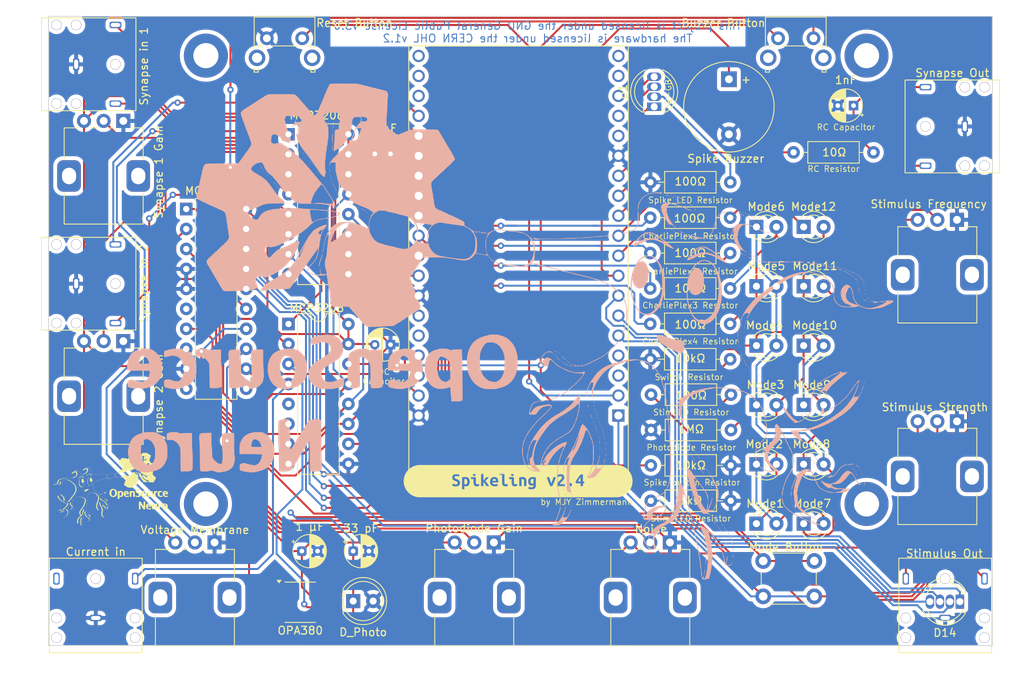
<source format=kicad_pcb>
(kicad_pcb (version 20241229) (generator "pcbnew") (generator_version "9.0")
  (layers (0 "F.Cu" signal) (2 "B.Cu" signal) (13 "F.Paste" user) (15 "B.Paste" user) (5 "F.SilkS" user "F.Silkscreen") (7 "B.SilkS" user "B.Silkscreen") (1 "F.Mask" user) (3 "B.Mask" user) (25 "Edge.Cuts" user))
  (net 0 "")
  (net 1 "Net-(D0-K)")
  (net 2 "Net-(D1-K)")
  (net 3 "Net-(D10-A)")
  (net 4 "Net-(D12-A)")
  (net 5 "Net-(D4-K)")
  (net 6 "Net-(D10-K)")
  (net 7 "GNDREF")
  (net 8 "Net-(D14-K)")
  (net 9 "Net-(C3-Pad1)")
  (net 10 "Net-(U1-EN)")
  (net 15 "VCC")
  (net 18 "Spike")
  (net 19 "Spike_R")
  (net 20 "Spike_G")
  (net 21 "Spike_B")
  (net 22 "D_Axon")
  (net 23 "A_Synapse1")
  (net 24 "D_Synapse1")
  (net 25 "A_Synapse2")
  (net 26 "A_Current")
  (net 27 "A_Stim")
  (net 28 "A_Axon")
  (net 30 "D_Stim")
  (net 31 "Button_Mode")
  (net 32 "CharliePlex1")
  (net 34 "Net-(J5-PadT)")
  (net 36 "CharliePlex2")
  (net 37 "CharliePlex3")
  (net 38 "CharliePlex4")
  (net 39 "Button_Buzzer")
  (net 40 "A_Syn1")
  (net 41 "A_Syn2")
  (net 42 "A_Vm")
  (net 43 "A_Noise")
  (net 44 "A_PD")
  (net 45 "A_StimStre")
  (net 46 "A_StimFre")
  (net 49 "D_Synapse2")
  (net 51 "MOSI")
  (net 53 "MISO")
  (net 54 "CLK")
  (net 55 "CS_D1")
  (net 58 "CS_ADC2")
  (net 59 "CS_ADC1")
  (net 61 "A_PhotoDiode")
  (net 71 "Stim_R")
  (net 73 "Stim_G")
  (net 74 "Stim_B")
  (footprint "Button_Switch_THT:Spikeling reset button" (layer "F.Cu") (at 195 50.1)
    (property "Reference" "SW2")
    (property "Value" "Buzzer Button")
  )
  (footprint "MountingHole:MountingHole_3.2mm_M3_DIN965_Pad" (layer "F.Cu") (at 120 55)
    (property "Reference" " ")
    (property "Value" "MountingHole_3.2mm_M3_DIN965_Pad")
  )
  (footprint "LED_THT:LED_D3.0mm" (layer "F.Cu") (at 190 76.779)
    (property "Reference" "D7")
    (property "Value" "Mode6")
  )
  (footprint "LED_THT:LED_D5.0mm-4_RGB" (layer "F.Cu") (at 215.87 124.425 180)
    (property "Reference" "D14")
    (property "Value" "Stim LED")
  )
  (footprint "LED_THT:LED_D3.0mm" (layer "F.Cu") (at 190 114.504)
    (property "Reference" "D2")
    (property "Value" "Mode1")
  )
  (footprint "LED_THT:LED_D5.0mm" (layer "F.Cu") (at 138.725 124.35)
    (property "Reference" "D0")
    (property "Value" "D_Photo")
  )
  (footprint "Resistor_THT:R_Axial_DIN0207_L6.3mm_D2.5mm_P10.16mm_Horizontal" (layer "F.Cu") (at 186.66 93.6 180)
    (property "Reference" "R5")
    (property "Value" "10kΩ")
  )
  (footprint "Package_DIP:DIP-16_W7.62mm" (layer "F.Cu") (at 130.5 89.125)
    (property "Reference" "U3")
    (property "Value" "MCP3208")
  )
  (footprint "kibuzzard-668F87C1" (layer "F.Cu") (at 159.7 109.1)
    (property "Reference" "kibuzzard-668F87C1" (hide yes))
    (property "Value" "G***" (hide yes))
  )
  (footprint "Potentiometer_THT:Spikeling Potentiometer" (layer "F.Cu") (at 213 109 -90)
    (property "Reference" "RV6")
    (property "Value" "Stimulus Strength")
  )
  (footprint "Potentiometer_THT:Spikeling Potentiometer" (layer "F.Cu") (at 176.5 124.4 -90)
    (property "Reference" "RV4")
    (property "Value" "Noise")
  )
  (footprint "Maxime:Spike 15" (layer "F.Cu") (at 107.679658 110.012208)
    (property "Reference" "G***")
    (property "Value" "LOGO" (hide yes))
  )
  (footprint "Audio_Module:Spikeling_Photoreceptor" (layer "F.Cu") (at 159.6 122.9)
    (property "Reference" ".")
    (property "Value" "Spikeling_neuron")
  )
  (footprint "LED_THT:LED_D5.0mm-4_RGB" (layer "F.Cu") (at 177 61.5 90)
    (property "Reference" "D1")
    (property "Value" "Spike LED")
  )
  (footprint "Audio_Module:Spikeling Audio Jack 3.5mm" (layer "F.Cu") (at 99 56.1 90)
    (property "Reference" "J2")
    (property "Value" "Synapse in 1")
  )
  (footprint "Audio_Module:Spikeling Audio Jack 3.5mm" (layer "F.Cu") (at 221 64 -90)
    (property "Reference" "J1")
    (property "Value" "Synapse Out")
  )
  (footprint "Package_DIP:DIP-20_W7.62mm" (layer "F.Cu") (at 117.5 74.5)
    (property "Reference" "U4")
    (property "Value" "MCP23008")
  )
  (footprint "Potentiometer_THT:Spikeling Potentiometer" (layer "F.Cu") (at 107 70.8 -90)
    (property "Reference" "RV1")
    (property "Value" "Synapse 1 Gain")
  )
  (footprint "Audio_Module:Spikeling_Electrode" (layer "F.Cu") (at 125.9 107.3)
    (property "Reference" "REF**")
    (property "Value" "Spikeling_neuron")
  )
  (footprint "LED_THT:LED_D3.0mm" (layer "F.Cu") (at 190 99.414)
    (property "Reference" "D4")
    (property "Value" "Mode3")
  )
  (footprint "Potentiometer_THT:Spikeling Potentiometer" (layer "F.Cu") (at 118.6 124.4 -90)
    (property "Reference" "RV3")
    (property "Value" "Voltage Membrane")
  )
  (footprint "Resistor_THT:R_Axial_DIN0207_L6.3mm_D2.5mm_P10.16mm_Horizontal" (layer "F.Cu") (at 176.6 98.1)
    (property "Reference" "R3")
    (property "Value" "100Ω")
  )
  (footprint "MountingHole:MountingHole_3.2mm_M3_DIN965_Pad" (layer "F.Cu") (at 204 55)
    (property "Reference" " ")
    (property "Value" "MountingHole_M3")
  )
  (footprint "Package_DIP:DIP-16_W7.62mm" (layer "F.Cu") (at 130.5 65)
    (property "Reference" "U2")
    (property "Value" "MCP3208")
  )
  (footprint "Capacitor_THT:CP_Radial_D4.0mm_P2.00mm" (layer "F.Cu") (at 143.4726 91.75 180)
    (property "Reference" "C2")
    (property "Value" "1 μF")
  )
  (footprint "Audio_Module:Spikeling Audio Jack 3.5mm" (layer "F.Cu") (at 214 131 180)
    (property "Reference" "J5")
    (property "Value" "Stimulus Out")
  )
  (footprint "Button_Switch_THT:Spikeling reset button" (layer "F.Cu") (at 130 50.1)
    (property "Reference" "SW3")
    (property "Value" "Reset Button")
  )
  (footprint "LED_THT:LED_D3.0mm" (layer "F.Cu") (at 196 91.869)
    (property "Reference" "D11")
    (property "Value" "Mode10")
  )
  (footprint "LED_THT:LED_D3.0mm" (layer "F.Cu") (at 196 106.959)
    (property "Reference" "D9")
    (property "Value" "Mode8")
  )
  (footprint "Capacitor_THT:CP_Radial_D4.0mm_P2.00mm" (layer "F.Cu") (at 143.4726 67.5 180)
    (property "Reference" "C1")
    (property "Value" "1 μF")
  )
  (footprint "Package_SO:SOIC-8_3.9x4.9mm_P1.27mm" (layer "F.Cu") (at 132 124.5)
    (property "Reference" "U5")
    (property "Value" "OPA380")
  )
  (footprint "Resistor_THT:R_Axial_DIN0207_L6.3mm_D2.5mm_P10.16mm_Horizontal" (layer "F.Cu") (at 176.5 89.1)
    (property "Reference" "R9")
    (property "Value" "100Ω")
  )
  (footprint "LED_THT:LED_D3.0mm" (layer "F.Cu") (at 196 76.779)
    (property "Reference" "D13")
    (property "Value" "Mode12")
  )
  (footprint "Resistor_THT:R_Axial_DIN0207_L6.3mm_D2.5mm_P10.16mm_Horizontal" (layer "F.Cu") (at 176.571 111.6)
    (property "Reference" "R12")
    (property "Value" "1kΩ")
  )
  (footprint "LED_THT:LED_D3.0mm" (layer "F.Cu") (at 196 84.324)
    (property "Reference" "D12")
    (property "Value" "Mode11")
  )
  (footprint "Capacitor_THT:CP_Radial_D4.0mm_P2.00mm" (layer "F.Cu") (at 132.2 118)
    (property "Reference" "C5")
    (property "Value" "1 μF")
  )
  (footprint "LED_THT:LED_D3.0mm" (layer "F.Cu") (at 196 99.414)
    (property "Reference" "D10")
    (property "Value" "Mode9")
  )
  (footprint "Resistor_THT:R_Axial_DIN0207_L6.3mm_D2.5mm_P10.16mm_Horizontal" (layer "F.Cu") (at 194.72 67.3)
    (property "Reference" "R1")
    (property "Value" "10Ω")
  )
  (footprint "Potentiometer_THT:Spikeling Potentiometer" (layer "F.Cu") (at 213 83.372 -90)
    (property "Reference" "RV7")
    (property "Value" "Stimulus Frequency")
  )
  (footprint "Potentiometer_THT:Spikeling Potentiometer" (layer "F.Cu") (at 107 98.8 -90)
    (property "Reference" "RV2")
    (property "Value" "Synapse 2 Gain")
  )
  (footprint "Audio_Module:Spikeling Audio Jack 3.5mm" (layer "F.Cu") (at 99 84 90)
    (property "Reference" "J3")
    (property "Value" "Synapse in 2")
  )
  (footprint "LED_THT:LED_D3.0mm" (layer "F.Cu") (at 190 106.959)
    (property "Reference" "D3")
    (property "Value" "Mode2")
  )
  (footprint "MountingHole:MountingHole_3.2mm_M3_DIN965_Pad" (layer "F.Cu") (at 204 112)
    (property "Reference" " ")
    (property "Value" "MountingHole_3.2mm_M3_DIN965_Pad")
  )
  (footprint "Capacitor_THT:CP_Radial_D4.0mm_P2.00mm" (layer "F.Cu") (at 138.727401 118)
    (property "Reference" "C4")
    (property "Value" "33 pF")
  )
  (footprint "LED_THT:LED_D3.0mm" (layer "F.Cu") (at 190 91.869)
    (property "Reference" "D5")
    (property "Value" "Mode4")
  )
  (footprint "Audio_Module:Spikeling Audio Jack 3.5mm" (layer "F.Cu") (at 106 131 180)
    (property "Reference" "J4")
    (property "Value" "Current in")
  )
  (footprint "Resistor_THT:R_Axial_DIN0207_L6.3mm_D2.5mm_P10.16mm_Horizontal" (layer "F.Cu") (at 176.5 84.6)
    (property "Reference" "R8")
    (property "Value" "100Ω")
  )
  (footprint "Resistor_THT:R_Axial_DIN0207_L6.3mm_D2.5mm_P10.16mm_Horizontal" (layer "F.Cu") (at 176.6 102.6)
    (property "Reference" "R2")
    (property "Value" "1MΩ")
  )
  (footprint "Potentiometer_THT:Spikeling Potentiometer" (layer "F.Cu") (at 154.119 124.4 -90)
    (property "Reference" "RV5")
    (property "Value" "Photodiode Gain")
  )
  (footprint "Capacitor_THT:CP_Radial_D4.0mm_P2.00mm" (layer "F.Cu") (at 202.35 61.35 180)
    (property "Reference" "C3")
    (property "Value" "1nF")
  )
  (footprint "Resistor_THT:R_Axial_DIN0207_L6.3mm_D2.5mm_P10.16mm_Horizontal" (layer "F.Cu") (at 176.5 80.1)
    (property "Reference" "R7")
    (property "Value" "100Ω")
  )
  (footprint "Resistor_THT:R_Axial_DIN0207_L6.3mm_D2.5mm_P10.16mm_Horizontal" (layer "F.Cu") (at 186.68 71.1 180)
    (property "Reference" "R4")
    (property "Value" "100Ω")
  )
  (footprint "Buzzer_Beeper:Buzzer_11.5x9.5RM5" (layer "F.Cu") (at 186.5 61.5 -90)
    (property "Reference" "BZ1")
    (property "Value" "Spike Buzzer")
  )
  (footprint "MountingHole:MountingHole_3.2mm_M3_DIN965_Pad" (layer "F.Cu") (at 120 112)
    (property "Reference" " ")
    (property "Value" "MountingHole_3.2mm_M3_DIN965_Pad")
  )
  (footprint "Resistor_THT:R_Axial_DIN0207_L6.3mm_D2.5mm_P10.16mm_Horizontal" (layer "F.Cu") (at 176.57 107.1)
    (property "Reference" "R11")
    (property "Value" "10kΩ")
  )
  (footprint "Audio_Module:Spikeling_Neuron" (layer "F.Cu") (at 155.9 65.6)
    (property "Reference" ".")
    (property "Value" "Spikeling_neuron")
  )
  (footprint "Resistor_THT:R_Axial_DIN0207_L6.3mm_D2.5mm_P10.16mm_Horizontal" (layer "F.Cu") (at 176.5 75.6)
    (property "Reference" "R6")
    (property "Value" "100Ω")
  )
  (footprint "Button_Switch_THT:SW_PUSH_6mm_H13mm" (layer "F.Cu") (at 194.1 121.5)
    (property "Reference" "SW1")
    (property "Value" "Mode Button")
  )
  (footprint "Maxime:MODULE_ESP32-DEVKITC-32D" (layer "F.Cu") (at 159.75 81 180)
    (property "Reference" "U1")
    (property "Value" "ESP32-DEVKITC-32D")
  )
  (footprint "LED_THT:LED_D3.0mm" (layer "F.Cu") (at 196 114.504)
    (property "Reference" "D8")
    (property "Value" "Mode7")
  )
  (footprint "LED_THT:LED_D3.0mm" (layer "F.Cu") (at 190 84.324)
    (property "Reference" "D6")
    (property "Value" "Mode5")
  )
  (footprint "LOGO" (layer "B.Cu") (at 160 90 180)
    (property "Reference" "G***")
    (property "Value" "LOGO" (hide yes))
  )
  (gr_line (start 220 130) (end 100 130) (stroke (width 0.1)) (layer "Edge.Cuts"))
  (gr_line (start 100 50) (end 220 50) (stroke (width 0.1)) (layer "Edge.Cuts"))
  (gr_line (start 220 50) (end 220 130) (stroke (width 0.1)) (layer "Edge.Cuts"))
  (gr_line (start 100 130) (end 100 50) (stroke (width 0.1)) (layer "Edge.Cuts"))
  (gr_text "This project is licensed under the GNU General Public License v3.0\nThe hardware is licensed under the CERN OHL v1.2" (at 162.175 52 0) (layer "B.Cu") (effects (font (size 1 1) (thickness 0.125)) (justify mirror)))
  (gr_text "ADC \nCapacitor" (at 142.4 71.4 0) (layer "F.SilkS") (effects (font (size 0.75 0.75) (thickness 0.1))))
  (gr_text "Switch Resistor" (at 181.425 95.875 0) (layer "F.SilkS") (effects (font (size 0.75 0.75) (thickness 0.1))))
  (gr_text "CharliePlex3 Resistor" (at 181.58 86.75 0) (layer "F.SilkS") (effects (font (size 0.75 0.75) (thickness 0.1))))
  (gr_text "CharliePlex2 Resistor" (at 181.525 82.425 0) (layer "F.SilkS") (effects (font (size 0.75 0.75) (thickness 0.1))))
  (gr_text "Spike_LED Resistor" (at 181.6 73.375 0) (layer "F.SilkS") (effects (font (size 0.75 0.75) (thickness 0.1))))
  (gr_text "CharliePlex1 Resistor" (at 181.625 77.95 0) (layer "F.SilkS") (effects (font (size 0.75 0.75) (thickness 0.1))))
  (gr_text "Stim LED Resistor" (at 181.65 113.85 0) (layer "F.SilkS") (effects (font (size 0.75 0.75) (thickness 0.1))))
  (gr_text "R-GB" (at 178.8 59.6 90) (layer "F.SilkS") (effects (font (size 0.75 0.75) (thickness 0.1))))
  (gr_text "RC Capacitor" (at 201.4 64.1 0) (layer "F.SilkS") (effects (font (size 0.75 0.75) (thickness 0.1))))
  (gr_text "RC Resistor" (at 199.8 69.4 0) (layer "F.SilkS") (effects (font (size 0.75 0.75) (thickness 0.1))))
  (gr_text "by MJY Zimmermann" (at 168.4 111.75 0) (layer "F.SilkS") (effects (font (size 0.75 0.75) (thickness 0.1))))
  (gr_text "StimLED Resistor" (at 181.7 100.35 0) (layer "F.SilkS") (effects (font (size 0.75 0.75) (thickness 0.1))))
  (gr_text "Photodiode Resistor" (at 181.725 104.825 0) (layer "F.SilkS") (effects (font (size 0.75 0.75) (thickness 0.1))))
  (gr_text "ADC \nCapacitor" (at 142.6 95.8 0) (layer "F.SilkS") (effects (font (size 0.75 0.75) (thickness 0.1))))
  (gr_text "CharliePlex4 Resistor" (at 181.58 91.325 0) (layer "F.SilkS") (effects (font (size 0.75 0.75) (thickness 0.1))))
  (gr_text "Spike button Resistor" (at 181.8 109.275 0) (layer "F.SilkS") (effects (font (size 0.75 0.75) (thickness 0.1))))
  (segment (start 130.765 123.865) (end 131.5 124.6) (width 0.25) (layer "F.Cu") (net 1))
  (segment (start 131.8625 127.1625) (end 137.9375 127.1625) (width 0.25) (layer "F.Cu") (net 1))
  (segment (start 185.73 92.32) (end 183.974 94.076) (width 0.25) (layer "F.Cu") (net 1))
  (segment (start 129.525 123.865) (end 130.765 123.865) (width 0.25) (layer "F.Cu") (net 1))
  (segment (start 131.352 113.677) (end 130.775 113.1) (width 0.25) (layer "F.Cu") (net 1))
  (segment (start 138.727401 124.347599) (end 138.725 124.35) (width 0.25) (layer "F.Cu") (net 1))
  (segment (start 131.5 126.8) (end 131.8625 127.1625) (width 0.25) (layer "F.Cu") (net 1))
  (segment (start 131.5 124.6) (end 131.5 126.8) (width 0.25) (layer "F.Cu") (net 1))
  (segment (start 183.974 112.376) (end 182.673 113.677) (width 0.25) (layer "F.Cu") (net 1))
  (segment (start 138.727401 118) (end 138.727401 124.347599) (width 0.25) (layer "F.Cu") (net 1))
  (segment (start 188.45 100.91) (end 188.45 93.525) (width 0.25) (layer "F.Cu") (net 1))
  (segment (start 183.974 94.076) (end 183.974 112.376) (width 0.25) (layer "F.Cu") (net 1))
  (segment (start 138.725 126.375) (end 138.725 124.35) (width 0.25) (layer "F.Cu") (net 1))
  (segment (start 188.45 93.525) (end 187.245 92.32) (width 0.25) (layer "F.Cu") (net 1))
  (segment (start 182.673 113.677) (end 131.352 113.677) (width 0.25) (layer "F.Cu") (net 1))
  (segment (start 186.76 102.6) (end 188.45 100.91) (width 0.25) (layer "F.Cu") (net 1))
  (segment (start 187.245 92.32) (end 185.73 92.32) (width 0.25) (layer "F.Cu") (net 1))
  (segment (start 137.9375 127.1625) (end 138.725 126.375) (width 0.25) (layer "F.Cu") (net 1))
  (via (at 130.775 113.1) (size 0.8) (drill 0.4) (layers "F.Cu" "B.Cu") (net 1))
  (segment (start 131.55 113.875) (end 135.875 113.875) (width 0.25) (layer "B.Cu") (net 1))
  (segment (start 138.727401 116.727401) (end 138.727401 118) (width 0.25) (layer "B.Cu") (net 1))
  (segment (start 135.875 113.875) (end 138.727401 116.727401) (width 0.25) (layer "B.Cu") (net 1))
  (segment (start 130.775 113.1) (end 131.55 113.875) (width 0.25) (layer "B.Cu") (net 1))
  (segment (start 186.68 68.76) (end 186.68 71.1) (width 0.25) (layer "B.Cu") (net 2))
  (segment (start 178.15 60.23) (end 186.68 68.76) (width 0.25) (layer "B.Cu") (net 2))
  (segment (start 177 60.23) (end 178.15 60.23) (width 0.25) (layer "B.Cu") (net 2))
  (segment (start 196 90.575) (end 196 91.869) (width 0.25) (layer "F.Cu") (net 3))
  (segment (start 185.1925 89.8425) (end 185.575 90.225) (width 0.25) (layer "F.Cu") (net 3))
  (segment (start 190 91.869) (end 190 90.65) (width 0.25) (layer "F.Cu") (net 3))
  (segment (start 186.66 80.1) (end 185.1925 81.5675) (width 0.25) (layer "F.Cu") (net 3))
  (segment (start 185.1925 87.55) (end 185.1925 89.8425) (width 0.25) (layer "F.Cu") (net 3))
  (segment (start 192.54 106.959) (end 192.54 111.964) (width 0.25) (layer "F.Cu") (net 3))
  (segment (start 190.5 90.15) (end 195.575 90.15) (width 0.25) (layer "F.Cu") (net 3))
  (segment (start 196 96.874) (end 198.54 99.414) (width 0.25) (layer "F.Cu") (net 3))
  (segment (start 187.219 91.869) (end 190 91.869) (width 0.25) (layer "F.Cu") (net 3))
  (segment (start 185.575 90.225) (end 187.219 91.869) (width 0.25) (layer "F.Cu") (net 3))
  (segment (start 192.54 111.964) (end 190 114.504) (width 0.25) (layer "F.Cu") (net 3))
  (segment (start 195.575 90.15) (end 196 90.575) (width 0.25) (layer "F.Cu") (net 3))
  (segment (start 192.54 99.414) (end 196 95.954) (width 0.25) (layer "F.Cu") (net 3))
  (segment (start 196 95.954) (end 196 91.869) (width 0.25) (layer "F.Cu") (net 3))
  (segment (start 192.54 99.414) (end 192.54 106.959) (width 0.25) (layer "F.Cu") (net 3))
  (segment (start 190 90.65) (end 190.5 90.15) (width 0.25) (layer "F.Cu") (net 3))
  (segment (start 185.1925 81.5675) (end 185.1925 87.55) (width 0.25) (layer "F.Cu") (net 3))
  (segment (start 185.1925 87.55) (end 185.1925 88.5675) (width 0.25) (layer "F.Cu") (net 3))
  (segment (start 196 91.869) (end 196 96.874) (width 0.25) (layer "F.Cu") (net 3))
  (segment (start 199.825001 74.800001) (end 200.15 75.125) (width 0.25) (layer "F.Cu") (net 4))
  (segment (start 198.54 113.584) (end 198.54 114.504) (width 0.25) (layer "F.Cu") (net 4))
  (segment (start 193.725 74.625) (end 199.65 74.625) (width 0.25) (layer "F.Cu") (net 4))
  (segment (start 186.66 75.6) (end 187.635 74.625) (width 0.25) (layer "F.Cu") (net 4))
  (segment (start 199.65 74.625) (end 200.15 75.125) (width 0.25) (layer "F.Cu") (net 4))
  (segment (start 196 111.044) (end 198.54 113.584) (width 0.25) (layer "F.Cu") (net 4))
  (segment (start 196 110.85) (end 196 106.959) (width 0.25) (layer "F.Cu") (net 4))
  (segment (start 186.66 75.6) (end 187.459999 74.800001) (width 0.25) (layer "F.Cu") (net 4))
  (segment (start 193.846 74.625) (end 193.725 74.625) (width 0.25) (layer "F.Cu") (net 4))
  (segment (start 196 106.959) (end 196 104.75) (width 0.25) (layer "F.Cu") (net 4))
  (segment (start 200.4 86.184) (end 200.4 75.375) (width 0.25) (layer "F.Cu") (net 4))
  (segment (start 196 104.75) (end 200.4 100.35) (width 0.25) (layer "F.Cu") (net 4))
  (segment (start 200.15 75.125) (end 200.4 75.375) (width 0.25) (layer "F.Cu") (net 4))
  (segment (start 200.4 100.35) (end 200.4 86.184) (width 0.25) (layer "F.Cu") (net 4))
  (segment (start 200.4 86.184) (end 198.54 84.324) (width 0.25) (layer "F.Cu") (net 4))
  (segment (start 187.635 74.625) (end 193.725 74.625) (width 0.25) (layer "F.Cu") (net 4))
  (segment (start 196 76.779) (end 193.846 74.625) (width 0.25) (layer "F.Cu") (net 4))
  (segment (start 196 111.044) (end 196 110.85) (width 0.25) (layer "F.Cu") (net 4))
  (segment (start 192.54 114.504) (end 196 111.044) (width 0.25) (layer "F.Cu") (net 4))
  (segment (start 190 111.964) (end 192.54 114.504) (width 0.25) (layer "B.Cu") (net 4))
  (segment (start 190 106.959) (end 190 111.964) (width 0.25) (layer "B.Cu") (net 4))
  (segment (start 199.2 115.9) (end 199.7905 115.3095) (width 0.25) (layer "F.Cu") (net 5))
  (segment (start 199.7905 115.3095) (end 199.7905 108.2095) (width 0.25) (layer "F.Cu") (net 5))
  (segment (start 196.3 115.9) (end 199.2 115.9) (width 0.25) (layer "F.Cu") (net 5))
  (segment (start 196 115.6) (end 196.3 115.9) (width 0.25) (layer "F.Cu") (net 5))
  (segment (start 199.7905 108.2095) (end 198.54 106.959) (width 0.25) (layer "F.Cu") (net 5))
  (segment (start 196 114.504) (end 196 115.6) (width 0.25) (layer "F.Cu") (net 5))
  (segment (start 186.66 84.6) (end 190 81.26) (width 0.25) (layer "B.Cu") (net 5))
  (segment (start 190 99.414) (end 190 101.9) (width 0.25) (layer "B.Cu") (net 5))
  (segment (start 191.1 103) (end 196.2 103) (width 0.25) (layer "B.Cu") (net 5))
  (segment (start 190 99.414) (end 190 94.409) (width 0.25) (layer "B.Cu") (net 5))
  (segment (start 192.54 84.324) (end 192.54 91.869) (width 0.25) (layer "B.Cu") (net 5))
  (segment (start 190 81) (end 190 81.784) (width 0.25) (layer "B.Cu") (net 5))
  (segment (start 190 81.26) (end 190 81) (width 0.25) (layer "B.Cu") (net 5))
  (segment (start 196.2 103) (end 198.54 105.34) (width 0.25) (layer "B.Cu") (net 5))
  (segment (start 190 81.784) (end 192.54 84.324) (width 0.25) (layer "B.Cu") (net 5))
  (segment (start 190 94.409) (end 192.54 91.869) (width 0.25) (layer "B.Cu") (net 5))
  (segment (start 190 101.9) (end 191.1 103) (width 0.25) (layer "B.Cu") (net 5))
  (segment (start 190 76.779) (end 190 81) (width 0.25) (layer "B.Cu") (net 5))
  (segment (start 198.54 105.34) (end 198.54 106.959) (width 0.25) (layer "B.Cu") (net 5))
  (segment (start 193.575 78.95) (end 196 81.375) (width 0.25) (layer "F.Cu") (net 6))
  (segment (start 198.54 78.235) (end 198.54 76.779) (width 0.25) (layer "F.Cu") (net 6))
  (segment (start 196 89.329) (end 198.54 91.869) (width 0.25) (layer "F.Cu") (net 6))
  (segment (start 196 84.324) (end 196 89.329) (width 0.25) (layer "F.Cu") (net 6))
  (segment (start 190 85.76) (end 186.66 89.1) (width 0.25) (layer "F.Cu") (net 6))
  (segment (start 192.54 77.915) (end 193.575 78.95) (width 0.25) (layer "F.Cu") (net 6))
  (segment (start 196 81.375) (end 196.025 81.375) (width 0.25) (layer "F.Cu") (net 6))
  (segment (start 190 80.455) (end 192.54 77.915) (width 0.25) (layer "F.Cu") (net 6))
  (segment (start 190 84.324) (end 190 85.76) (width 0.25) (layer "F.Cu") (net 6))
  (segment (start 192.54 76.779) (end 192.54 77.915) (width 0.25) (layer "F.Cu") (net 6))
  (segment (start 190 84.324) (end 190 80.455) (width 0.25) (layer "F.Cu") (net 6))
  (segment (start 198.54 78.86) (end 196.025 81.375) (width 0.25) (layer "F.Cu") (net 6))
  (segment (start 196 81.375) (end 196 83.3) (width 0.25) (layer "F.Cu") (net 6))
  (segment (start 198.54 76.779) (end 198.54 78.86) (width 0.25) (layer "F.Cu") (net 6))
  (segment (start 196 84.324) (end 196 83.3) (width 0.25) (layer "F.Cu") (net 6))
  (segment (start 196 94.409) (end 198.54 91.869) (width 0.25) (layer "B.Cu") (net 6))
  (segment (start 196 99.414) (end 196 94.409) (width 0.25) (layer "B.Cu") (net 6))
  (segment (start 121.1 116.9) (end 123.2 116.9) (width 0.25) (layer "F.Cu") (net 7))
  (segment (start 177.67948 115.57948) (end 157.93952 115.57948) (width 0.25) (layer "F.Cu") (net 7))
  (segment (start 129.525 125.135) (end 129.525 126.405) (width 0.25) (layer "F.Cu") (net 7))
  (segment (start 125.4875 119.1875) (end 125.4875 122.4375) (width 0.25) (layer "F.Cu") (net 7))
  (segment (start 179 116.9) (end 177.67948 115.57948) (width 0.25) (layer "F.Cu") (net 7))
  (segment (start 138.12 86.3974) (end 143.4726 91.75) (width 0.25) (layer "F.Cu") (net 7))
  (segment (start 138.12 94.205) (end 141.0176 94.205) (width 0.25) (layer "F.Cu") (net 7))
  (segment (start 138.12 82.78) (end 138.12 86.3974) (width 0.25) (layer "F.Cu") (net 7))
  (segment (start 157.93952 115.57948) (end 156.619 116.9) (width 0.25) (layer "F.Cu") (net 7))
  (segment (start 128.185 125.135) (end 129.525 125.135) (width 0.25) (layer "F.Cu") (net 7))
  (segment (start 125.4875 122.4375) (end 128.185 125.135) (width 0.25) (layer "F.Cu") (net 7))
  (segment (start 141.0176 94.205) (end 143.4726 91.75) (width 0.25) (layer "F.Cu") (net 7))
  (segment (start 123.2 116.9) (end 125.4875 119.1875) (width 0.25) (layer "F.Cu") (net 7))
  (segment (start 215.5 101.81281) (end 215.5 101.5) (width 0.25) (layer "F.Cu") (net 7))
  (segment (start 214.6 124.95) (end 213.775 125.775) (width 0.25) (layer "B.Cu") (net 8))
  (segment (start 177.78719 111.6) (end 176.571 111.6) (width 0.25) (layer "B.Cu") (net 8))
  (segment (start 211.349 125.775) (end 210.45 124.876) (width 0.25) (layer "B.Cu") (net 8))
  (segment (start 210.45 124.876) (end 207.37538 124.876) (width 0.25) (layer "B.Cu") (net 8))
  (segment (start 214.625 124.06) (end 214.625 124.425) (width 0.25) (layer "B.Cu") (net 8))
  (segment (start 207.37538 124.876) (end 199.97638 117.477) (width 0.25) (layer "B.Cu") (net 8))
  (segment (start 183.66419 117.477) (end 177.78719 111.6) (width 0.25) (layer "B.Cu") (net 8))
  (segment (start 214.6 124.425) (end 214.6 124.95) (width 0.25) (layer "B.Cu") (net 8))
  (segment (start 199.97638 117.477) (end 183.66419 117.477) (width 0.25) (layer "B.Cu") (net 8))
  (segment (start 213.775 125.775) (end 211.349 125.775) (width 0.25) (layer "B.Cu") (net 8))
  (segment (start 211.5 59) (end 204.7 59) (width 0.25) (layer "F.Cu") (net 9))
  (segment (start 202.35 61.35) (end 202.35 64.77) (width 0.25) (layer "F.Cu") (net 9))
  (segment (start 204.7 59) (end 202.35 61.35) (width 0.25) (layer "F.Cu") (net 9))
  (segment (start 202.35 64.77) (end 204.88 67.3) (width 0.25) (layer "F.Cu") (net 9))
  (segment (start 133.938 51.102) (end 132.25 52.79) (width 0.25) (layer "F.Cu") (net 10))
  (segment (start 161.1 96.425) (end 161.1 53.85) (width 0.25) (layer "F.Cu") (net 10))
  (segment (start 161.1 53.85) (end 158.352 51.102) (width 0.25) (layer "F.Cu") (net 10))
  (segment (start 158.352 51.102) (end 133.938 51.102) (width 0.25) (layer "F.Cu") (net 10))
  (via (at 161.1 96.425) (size 0.8) (drill 0.4) (layers "F.Cu" "B.Cu") (net 10))
  (segment (start 161.1 96.425) (end 162.895 98.22) (width 0.25) (layer "B.Cu") (net 10))
  (segment (start 162.895 98.22) (end 163.83 98.22) (width 0.25) (layer "B.Cu") (net 10))
  (segment (start 163.83 98.22) (end 162.87 98.22) (width 0.25) (layer "B.Cu") (net 10))
  (segment (start 172.45 98.22) (end 163.83 98.22) (width 0.25) (layer "B.Cu") (net 10))
  (segment (start 107.675 94.475) (end 104.5 91.3) (width 0.25) (layer "F.Cu") (net 15))
  (segment (start 138.12 91.665) (end 136.855 90.4) (width 0.25) (layer "F.Cu") (net 15))
  (segment (start 197.36 123.75) (end 209.75 123.75) (width 0.25) (layer "F.Cu") (net 15))
  (segment (start 136 69.66) (end 136 87.025) (width 0.25) (layer "F.Cu") (net 15))
  (segment (start 211.27452 105.07548) (end 210.5 104.30096) (width 0.25) (layer "F.Cu") (net 15))
  (segment (start 133.500001 123.865) (end 134.475 123.865) (width 0.25) (layer "F.Cu") (net 15))
  (segment (start 136.02 87.025) (end 138.12 89.125) (width 0.25) (layer "F.Cu") (net 15))
  (segment (start 210.5 104.30096) (end 210.48877 104.30096) (width 0.25) (layer "F.Cu") (net 15))
  (segment (start 138.12 89.125) (end 138.12 91.665) (width 0.25) (layer "F.Cu") (net 15))
  (segment (start 104.5 105.3) (end 116.1 116.9) (width 0.25) (layer "F.Cu") (net 15))
  (segment (start 190.86 123.75) (end 185.41 118.3) (width 0.25) (layer "F.Cu") (net 15))
  (segment (start 129.523 90.4) (end 127.825 88.702) (width 0.25) (layer "F.Cu") (net 15))
  (segment (start 211.27452 122.22548) (end 211.27452 105.07548) (width 0.25) (layer "F.Cu") (net 15))
  (segment (start 207.34081 75.872) (end 210.5 75.872) (width 0.25) (layer "F.Cu") (net 15))
  (segment (start 206.643905 76.568905) (end 207.34081 75.872) (width 0.25) (layer "F.Cu") (net 15))
  (segment (start 113.52352 96.32352) (end 111.675 94.475) (width 0.25) (layer "F.Cu") (net 15))
  (segment (start 210.5 104.30096) (end 210.5 101.5) (width 0.25) (layer "F.Cu") (net 15))
  (segment (start 210.48877 104.30096) (end 205.576 99.38819) (width 0.25) (layer "F.Cu") (net 15))
  (segment (start 209.75 123.75) (end 211.27452 122.22548) (width 0.25) (layer "F.Cu") (net 15))
  (segment (start 138.12 67.54) (end 141.4326 67.54) (width 0.25) (layer "F.Cu") (net 15))
  (segment (start 127.825 85.15) (end 127.825 77.205) (width 0.25) (layer "F.Cu") (net 15))
  (segment (start 133.3 116.9) (end 132.2 118) (width 0.25) (layer "F.Cu") (net 15))
  (segment (start 196.2 50.2) (end 197.25 51.25) (width 0.25) (layer "F.Cu") (net 15))
  (segment (start 136 87.025) (end 136.02 87.025) (width 0.25) (layer "F.Cu") (net 15))
  (segment (start 151.619 116.9) (end 133.3 116.9) (width 0.25) (layer "F.Cu") (net 15))
  (segment (start 151.619 116.9) (end 153.169 118.45) (width 0.25) (layer "F.Cu") (net 15))
  (segment (start 107.65 60.15) (end 112.885718 60.15) (width 0.25) (layer "F.Cu") (net 15))
  (segment (start 127.825 77.205) (end 125.12 74.5) (width 0.25) (layer "F.Cu") (net 15))
  (segment (start 197.25 51.25) (end 197.25 52.79) (width 0.25) (layer "F.Cu") (net 15))
  (segment (start 175.4 118.3) (end 174 116.9) (width 0.25) (layer "F.Cu") (net 15))
  (segment (start 135.94548 62.82548) (end 138.12 65) (width 0.25) (layer "F.Cu") (net 15))
  (segment (start 205.576 77.63681) (end 206.643905 76.568905) (width 0.25) (layer "F.Cu") (net 15))
  (segment (start 138.12 67.54) (end 136 69.66) (width 0.25) (layer "F.Cu") (net 15))
  (segment (start 112.885718 60.15) (end 113.64952 60.913803) (width 0.25) (layer "F.Cu") (net 15))
  (segment (start 136.855 90.4) (end 129.523 90.4) (width 0.25) (layer "F.Cu") (net 15))
  (segment (start 115.561197 62.82548) (end 135.94548 62.82548) (width 0.25) (layer "F.Cu") (net 15))
  (segment (start 130.95 118) (end 113.52352 100.57352) (width 0.25) (layer "F.Cu") (net 15))
  (segment (start 104.5 63.3) (end 107.65 60.15) (width 0.25) (layer "F.Cu") (net 15))
  (segment (start 104.5 91.3) (end 104.5 105.3) (width 0.25) (layer "F.Cu") (net 15))
  (segment (start 206.101 77.11181) (end 206.643905 76.568905) (width 0.25) (layer "F.Cu") (net 15))
  (segment (start 127.825 88.702) (end 127.825 85.15) (width 0.25) (layer "F.Cu") (net 15))
  (segment (start 113.52352 100.57352) (end 113.52352 96.32352) (width 0.25) (layer "F.Cu") (net 15))
  (segment (start 113.64952 60.913803) (end 115.561197 62.82548) (width 0.25) (layer "F.Cu") (net 15))
  (segment (start 107.05 50.2) (end 196.2 50.2) (width 0.25) (layer "F.Cu") (net 15))
  (segment (start 104.5 63.3) (end 104.5 91.3) (width 0.25) (layer "F.Cu") (net 15))
  (segment (start 138.12 91.665) (end 141.3876 91.665) (width 0.25) (layer "F.Cu") (net 15))
  (segment (start 111.675 94.475) (end 107.675 94.475) (width 0.25) (layer "F.Cu") (net 15))
  (segment (start 141.4326 67.54) (end 141.4726 67.5) (width 0.25) (layer "F.Cu") (net 15))
  (segment (start 132.2 118) (end 130.95 118) (width 0.25) (layer "F.Cu") (net 15))
  (segment (start 132.2 118) (end 132.2 122.564999) (width 0.25) (layer "F.Cu") (net 15))
  (segment (start 205.576 99.38819) (end 205.576 77.63681) (width 0.25) (layer "F.Cu") (net 15))
  (segment (start 132.2 122.564999) (end 133.500001 123.865) (width 0.25) (layer "F.Cu") (net 15))
  (segment (start 185.41 118.3) (end 175.4 118.3) (width 0.25) (layer "F.Cu") (net 15))
  (segment (start 104.5 52.75) (end 107.05 50.2) (width 0.25) (layer "F.Cu") (net 15))
  (segment (start 141.3876 91.665) (end 141.4726 91.75) (width 0.25) (layer "F.Cu") (net 15))
  (segment (start 138.12 65) (end 138.12 67.54) (width 0.25) (layer "F.Cu") (net 15))
  (segment (start 172.45 118.45) (end 174 116.9) (width 0.25) (layer "F.Cu") (net 15))
  (segment (start 153.169 118.45) (end 172.45 118.45) (width 0.25) (layer "F.Cu") (net 15))
  (segment (start 104.5 63.3) (end 104.5 52.75) (width 0.25) (layer "F.Cu") (net 15))
  (segment (start 172.45 109.55) (end 176.32531 113.42531) (width 0.25) (layer "B.Cu") (net 15))
  (segment (start 178.97469 113.42531) (end 189.29938 123.75) (width 0.25) (layer "B.Cu") (net 15))
  (segment (start 189.29938 123.75) (end 190.86 123.75) (width 0.25) (layer "B.Cu") (net 15))
  (segment (start 172.45 100.76) (end 172.45 109.55) (width 0.25) (layer "B.Cu") (net 15))
  (segment (start 176.32531 113.42531) (end 178.97469 113.42531) (width 0.25) (layer "B.Cu") (net 15))
  (segment (start 190.86 123.75) (end 197.36 123.75) (width 0.25) (layer "B.Cu") (net 15))
  (segment (start 172.597 51.553) (end 184.153 51.553) (width 0.25) (layer "F.Cu") (net 18))
  (segment (start 170.325 82.15) (end 170.325 53.825) (width 0.25) (layer "F.Cu") (net 18))
  (segment (start 171.155 82.98) (end 170.325 82.15) (width 0.25) (layer "F.Cu") (net 18))
  (segment (start 172.45 82.98) (end 171.155 82.98) (width 0.25) (layer "F.Cu") (net 18))
  (segment (start 184.153 51.553) (end 186.5 53.9) (width 0.25) (layer "F.Cu") (net 18))
  (segment (start 186.5 53.9) (end 186.5 58) (width 0.25) (layer "F.Cu") (net 18))
  (segment (start 170.325 53.825) (end 172.597 51.553) (width 0.25) (layer "F.Cu") (net 18))
  (segment (start 176.375 61.5) (end 177 61.5) (width 0.25) (layer "F.Cu") (net 19))
  (segment (start 175.07404 62.80096) (end 176.375 61.5) (width 0.25) (layer "F.Cu") (net 19))
  (segment (start 172.45 75.36) (end 175.07404 72.73596) (width 0.25) (layer "F.Cu") (net 19))
  (segment (start 175.07404 72.73596) (end 175.07404 62.80096) (width 0.25) (layer "F.Cu") (net 19))
  (segment (start 172.45 72.82) (end 174.62452 70.64548) (width 0.25) (layer "F.Cu") (net 20))
  (segment (start 174.62452 61.024936) (end 176.689456 58.96) (width 0.25) (layer "F.Cu") (net 20))
  (segment (start 176.689456 58.96) (end 177 58.96) (width 0.25) (layer "F.Cu") (net 20))
  (segment (start 174.62452 70.64548) (end 174.62452 61.024936) (width 0.25) (layer "F.Cu") (net 20))
  (segment (start 174.175 68.555) (end 174.175 60.15) (width 0.25) (layer "F.Cu") (net 21))
  (segment (start 176.635 57.69) (end 177 57.69) (width 0.25) (layer "F.Cu") (net 21))
  (segment (start 172.45 70.28) (end 174.175 68.555) (width 0.25) (layer "F.Cu") (net 21))
  (segment (start 174.175 60.15) (end 176.635 57.69) (width 0.25) (layer "F.Cu") (net 21))
  (segment (start 125.849 50.651) (end 123.124511 53.375489) (width 0.25) (layer "F.Cu") (net 22))
  (segment (start 123.5975 85.6775) (end 123.1 85.18) (width 0.25) (layer "F.Cu") (net 22))
  (segment (start 125.12 87.2) (end 123.5975 85.6775) (width 0.25) (layer "F.Cu") (net 22))
  (segment (start 193.751 50.651) (end 125.849 50.651) (width 0.25) (layer "F.Cu") (net 22))
  (segment (start 211.5 69) (end 202.85 69) (width 0.25) (layer "F.Cu") (net 22))
  (segment (start 195.1 52) (end 193.751 50.651) (width 0.25) (layer "F.Cu") (net 22))
  (segment (start 202.85 69) (end 195.1 61.25) (width 0.25) (layer "F.Cu") (net 22))
  (segment (start 195.1 61.25) (end 195.1 52) (width 0.25) (layer "F.Cu") (net 22))
  (segment (start 123.124511 53.375489) (end 123.124511 59.325489) (width 0.25) (layer "F.Cu") (net 22))
  (segment (start 123.1 85.18) (end 123.1 69.2) (width 0.25) (layer "F.Cu") (net 22))
  (via (at 123.1 69.2) (size 0.8) (drill 0.4) (layers "F.Cu" "B.Cu") (net 22))
  (via (at 123.124511 59.325489) (size 0.8) (drill 0.4) (layers "F.Cu" "B.Cu") (net 22))
  (segment (start 123.124511 59.325489) (end 123.1 59.35) (width 0.25) (layer "B.Cu") (net 22))
  (segment (start 123.1 59.35) (end 123.1 69.2) (width 0.25) (layer "B.Cu") (net 22))
  (segment (start 115.375 63.275) (end 114.4125 62.3125) (width 0.25) (layer "F.Cu") (net 23))
  (segment (start 113.2 61.1) (end 114.4125 62.3125) (width 0.25) (layer "F.Cu") (net 23))
  (segment (start 113.197907 61.1) (end 113.773954 61.676047) (width 0.25) (layer "F.Cu") (net 23))
  (segment (start 134.675 65) (end 132.95 63.275) (width 0.25) (layer "F.Cu") (net 23))
  (segment (start 114.4125 62.3125) (end 114.6 62.5) (width 0.25) (layer "F.Cu") (net 23))
  (segment (start 132.95 63.275) (end 115.375 63.275) (width 0.25) (layer "F.Cu") (net 23))
  (segment (start 108.5 61.1) (end 113.197907 61.1) (width 0.25) (layer "F.Cu") (net 23))
  (segment (start 134.675 84.95) (end 130.5 89.125) (width 0.25) (layer "F.Cu") (net 23))
  (segment (start 134.675 65.6) (end 134.675 65) (width 0.25) (layer "F.Cu") (net 23))
  (segment (start 134.675 65.6) (end 134.675 84.95) (width 0.25) (layer "F.Cu") (net 23))
  (segment (start 144.22596 62.37596) (end 115.747395 62.37596) (width 0.25) (layer "F.Cu") (net 24))
  (segment (start 112.960718 59.589282) (end 112.960718 56.55) (width 0.25) (layer "F.Cu") (net 24))
  (segment (start 108.5 51.1) (end 112.960718 55.560718) (width 0.25) (layer "F.Cu") (net 24))
  (segment (start 147.05 65.2) (end 144.22596 62.37596) (width 0.25) (layer "F.Cu") (net 24))
  (segment (start 112.960718 55.560718) (end 112.960718 56.55) (width 0.25) (layer "F.Cu") (net 24))
  (segment (start 115.747395 62.37596) (end 112.960718 59.589282) (width 0.25) (layer "F.Cu") (net 24))
  (segment (start 126.96019 88.475) (end 123.8 88.475) (width 0.25) (layer "F.Cu") (net 25))
  (segment (start 118.475551 72.7) (end 115.8 72.7) (width 0.25) (layer "F.Cu") (net 25))
  (segment (start 130.5 91.665) (end 130.15019 91.665) (width 0.25) (layer "F.Cu") (net 25))
  (segment (start 112.8 75.7) (end 112.8 82.95) (width 0.25) (layer "F.Cu") (net 25))
  (segment (start 130.15019 91.665) (end 126.96019 88.475) (width 0.25) (layer "F.Cu") (net 25))
  (segment (start 112.8 84.7) (end 112.8 82.95) (width 0.25) (layer "F.Cu") (net 25))
  (segment (start 108.5 89) (end 112.8 84.7) (width 0.25) (layer "F.Cu") (net 25))
  (segment (start 122.649 76.873448) (end 118.475551 72.7) (width 0.25) (layer "F.Cu") (net 25))
  (segment (start 122.649 87.324) (end 122.649 76.873448) (width 0.25) (layer "F.Cu") (net 25))
  (segment (start 123.8 88.475) (end 122.649 87.324) (width 0.25) (layer "F.Cu") (net 25))
  (via (at 115.8 72.7) (size 0.8) (drill 0.4) (layers "F.Cu" "B.Cu") (net 25))
  (via (at 112.8 75.7) (size 0.8) (drill 0.4) (layers "F.Cu" "B.Cu") (net 25))
  (segment (start 115.8 72.7) (end 112.8 75.7) (width 0.25) (layer "B.Cu") (net 25))
  (segment (start 128.525 116.425) (end 128.525 98.72) (width 0.25) (layer "B.Cu") (net 26))
  (segment (start 128.525 98.72) (end 130.5 96.745) (width 0.25) (layer "B.Cu") (net 26))
  (segment (start 128.5365 118.325) (end 128.5365 116.4365) (width 0.25) (layer "B.Cu") (net 26))
  (segment (start 126.5865 120.275) (end 128.5365 118.325) (width 0.25) (layer "B.Cu") (net 26))
  (segment (start 112.225 120.275) (end 126.5865 120.275) (width 0.25) (layer "B.Cu") (net 26))
  (segment (start 128.5365 116.4365) (end 128.525 116.425) (width 0.25) (layer "B.Cu") (net 26))
  (segment (start 111 121.5) (end 112.225 120.275) (width 0.25) (layer "B.Cu") (net 26))
  (segment (start 213.4 119.775) (end 212.17504 118.55004) (width 0.25) (layer "F.Cu") (net 27))
  (segment (start 180.3 77.9) (end 174.99 77.9) (width 0.25) (layer "F.Cu") (net 27))
  (segment (start 216.9 100.325) (end 216.55 99.975) (width 0.25) (layer "F.Cu") (net 27))
  (segment (start 212.17504 118.55004) (end 212.17504 105.325) (width 0.25) (layer "F.Cu") (net 27))
  (segment (start 219 121.5) (end 217.275 119.775) (width 0.25) (layer "F.Cu") (net 27))
  (segment (start 216.525 77.85) (end 217.225 77.15) (width 0.25) (layer "F.Cu") (net 27))
  (segment (start 206.80062 99.975) (end 206.027 99.20138) (width 0.25) (layer "F.Cu") (net 27))
  (segment (start 206.027 99.20138) (end 206.027 78.525) (width 0.25) (layer "F.Cu") (net 27))
  (segment (start 216.799 74.174) (end 184.026 74.174) (width 0.25) (layer "F.Cu") (net 27))
  (segment (start 206.027 78.525) (end 206.702 77.85) (width 0.25) (layer "F.Cu") (net 27))
  (segment (start 184.026 74.174) (end 180.3 77.9) (width 0.25) (layer "F.Cu") (net 27))
  (segment (start 217.225 77.15) (end 217.225 74.6) (width 0.25) (layer "F.Cu") (net 27))
  (segment (start 217.275 119.775) (end 213.4 119.775) (width 0.25) (layer "F.Cu") (net 27))
  (segment (start 216.5 103) (end 216.9 102.6) (width 0.25) (layer "F.Cu") (net 27))
  (segment (start 212.17504 105.325) (end 214.50004 103) (width 0.25) (layer "F.Cu") (net 27))
  (segment (start 174.99 77.9) (end 172.45 80.44) (width 0.25) (layer "F.Cu") (net 27))
  (segment (start 216.55 99.975) (end 206.80062 99.975) (width 0.25) (layer "F.Cu") (net 27))
  (segment (start 217.225 74.6) (end 216.799 74.174) (width 0.25) (layer "F.Cu") (net 27))
  (segment (start 214.50004 103) (end 216.5 103) (width 0.25) (layer "F.Cu") (net 27))
  (segment (start 206.702 77.85) (end 216.525 77.85) (width 0.25) (layer "F.Cu") (net 27))
  (segment (start 216.9 102.6) (end 216.9 100.325) (width 0.25) (layer "F.Cu") (net 27))
  (segment (start 172.45 77.9) (end 183.05 67.3) (width 0.25) (layer "F.Cu") (net 28))
  (segment (start 183.05 67.3) (end 194.72 67.3) (width 0.25) (layer "F.Cu") (net 28))
  (segment (start 119.425 92.6) (end 119.425 98.931276) (width 0.25) (layer "F.Cu") (net 30))
  (segment (start 133.719724 113.226) (end 182.48619 113.226) (width 0.25) (layer "F.Cu") (net 30))
  (segment (start 182.48619 113.226) (end 183.523 112.18919) (width 0.25) (layer "F.Cu") (net 30))
  (segment (start 183.523 105.023) (end 176.6 98.1) (width 0.25) (layer "F.Cu") (net 30))
  (segment (start 183.523 112.18919) (end 183.523 105.023) (width 0.25) (layer "F.Cu") (net 30))
  (segment (start 119.425 98.931276) (end 133.719724 113.226) (width 0.25) (layer "F.Cu") (net 30))
  (via (at 119.425 92.6) (size 0.8) (drill 0.4) (layers "F.Cu" "B.Cu") (net 30))
  (segment (start 122.285 89.74) (end 119.425 92.6) (width 0.25) (layer "B.Cu") (net 30))
  (segment (start 125.12 89.74) (end 122.285 89.74) (width 0.25) (layer "B.Cu") (net 30))
  (segment (start 190.86 119.25) (end 190.86 118.934574) (width 0.25) (layer "F.Cu") (net 31))
  (segment (start 184.425 108.1) (end 184.425 95.835) (width 0.25) (layer "F.Cu") (net 31))
  (segment (start 122.675 107.090754) (end 122.675 103.975) (width 0.25) (layer "F.Cu") (net 31))
  (segment (start 184.425 112.499574) (end 184.425 112.56281) (width 0.25) (layer "F.Cu") (net 31))
  (segment (start 184.425 95.835) (end 186.66 93.6) (width 0.25) (layer "F.Cu") (net 31))
  (segment (start 190.86 119.25) (end 197.36 119.25) (width 0.25) (layer "F.Cu") (net 31))
  (segment (start 186.262713 114.337287) (end 188.727426 116.802) (width 0.25) (layer "F.Cu") (net 31))
  (segment (start 182.85981 114.128) (end 129.712246 114.128) (width 0.25) (layer "F.Cu") (net 31))
  (segment (start 184.425 112.499574) (end 186.262713 114.337287) (width 0.25) (layer "F.Cu") (net 31))
  (segment (start 184.425 112.56281) (end 182.85981 114.128) (width 0.25) (layer "F.Cu") (net 31))
  (segment (start 129.712246 114.128) (end 122.675 107.090754) (width 0.25) (layer "F.Cu") (net 31))
  (segment (start 190.86 118.934574) (end 186.262713 114.337287) (width 0.25) (layer "F.Cu") (net 31))
  (segment (start 184.425 108.1) (end 184.425 112.499574) (width 0.25) (layer "F.Cu") (net 31))
  (segment (start 184.425 112.025) (end 184.425 108.1) (width 0.25) (layer "F.Cu") (net 31))
  (via (at 122.675 103.975) (size 0.8) (drill 0.4) (layers "F.Cu" "B.Cu") (net 31))
  (segment (start 122.675 94.725) (end 125.12 92.28) (width 0.25) (layer "B.Cu") (net 31))
  (segment (start 122.675 103.975) (end 122.675 94.725) (width 0.25) (layer "B.Cu") (net 31))
  (segment (start 150.426 78.724) (end 152.525 76.625) (width 0.25) (layer "F.Cu") (net 32))
  (segment (start 150.426 78.999) (end 150.426 79.9) (width 0.25) (layer "F.Cu") (net 32))
  (segment (start 150.426 79.9) (end 150.426 100.67462) (width 0.25) (layer "F.Cu") (net 32))
  (segment (start 152.525 76.625) (end 151.4125 77.7375) (width 0.25) (layer "F.Cu") (net 32))
  (segment (start 142.875 108.22562) (end 142.20062 108.22562) (width 0.25) (layer "F.Cu") (net 32))
  (segment (start 142.20062 108.22562) (end 142.2 108.225) (width 0.25) (layer "F.Cu") (net 32))
  (segment (start 147.41281 103.68781) (end 142.875 108.22562) (width 0.25) (layer "F.Cu") (net 32))
  (segment (start 135 108.225) (end 141.55 108.225) (width 0.25) (layer "F.Cu") (net 32))
  (segment (start 150.426 79.9) (end 150.426 78.724) (width 0.25) (layer "F.Cu") (net 32))
  (segment (start 157.5 76.625) (end 152.525 76.625) (width 0.25) (layer "F.Cu") (net 32))
  (segment (start 150.426 100.67462) (end 147.41281 103.68781) (width 0.25) (layer "F.Cu") (net 32))
  (segment (start 151.4125 77.7375) (end 150.42452 78.72548) (width 0.25) (layer "F.Cu") (net 32))
  (segment (start 147.41281 103.68781) (end 146.28462 104.816) (width 0.25) (layer "F.Cu") (net 32))
  (segment (start 141.55 108.225) (end 142.2 108.225) (width 0.25) (layer "F.Cu") (net 32))
  (via (at 157.5 76.625) (size 0.8) (drill 0.4) (layers "F.Cu" "B.Cu") (net 32))
  (via (at 135 108.225) (size 0.8) (drill 0.4) (layers "F.Cu" "B.Cu") (net 32))
  (segment (start 127.292379 83.020943) (end 130.522876 86.25144) (width 0.25) (layer "B.Cu") (net 32))
  (segment (start 127.292379 79.212379) (end 127.292379 83.020943) (width 0.25) (layer "B.Cu") (net 32))
  (segment (start 169.7 76.625) (end 159.375 76.625) (width 0.25) (layer "B.Cu") (net 32))
  (segment (start 159.375 76.625) (end 157.5 76.625) (width 0.25) (layer "B.Cu") (net 32))
  (segment (start 175.475 76.625) (end 169.7 76.625) (width 0.25) (layer "B.Cu") (net 32))
  (segment (start 134.07308 88.090929) (end 134.07308 107.29808) (width 0.25) (layer "B.Cu") (net 32))
  (segment (start 159.375 76.625) (end 158.325 76.625) (width 0.25) (layer "B.Cu") (net 32))
  (segment (start 130.522876 86.25144) (end 132.233593 86.25144) (width 0.25) (layer "B.Cu") (net 32))
  (segment (start 134.07308 107.29808) (end 135 108.225) (width 0.25) (layer "B.Cu") (net 32))
  (segment (start 125.12 77.04) (end 127.292379 79.212379) (width 0.25) (layer "B.Cu") (net 32))
  (segment (start 176.5 75.6) (end 175.475 76.625) (width 0.25) (layer "B.Cu") (net 32))
  (segment (start 132.233593 86.25144) (end 134.07308 88.090929) (width 0.25) (layer "B.Cu") (net 32))
  (segment (start 169.7 76.625) (end 169.175 76.625) (width 0.25) (layer "B.Cu") (net 32))
  (segment (start 186.76 98.1) (end 184.9 99.96) (width 0.25) (layer "F.Cu") (net 34))
  (segment (start 190.113236 117.55) (end 207.85 117.55) (width 0.25) (layer "F.Cu") (net 34))
  (segment (start 184.9 112.336764) (end 190.113236 117.55) (width 0.25) (layer "F.Cu") (net 34))
  (segment (start 184.9 99.96) (end 184.9 112.336764) (width 0.25) (layer "F.Cu") (net 34))
  (segment (start 209 118.7) (end 209 121.5) (width 0.25) (layer "F.Cu") (net 34))
  (segment (start 207.85 117.55) (end 209 118.7) (width 0.25) (layer "F.Cu") (net 34))
  (segment (start 142.03843 109.7) (end 135.05 109.7) (width 0.25) (layer "F.Cu") (net 36))
  (segment (start 157.5 79.175) (end 152.525 79.175) (width 0.25) (layer "F.Cu") (net 36))
  (segment (start 152.525 79.175) (end 150.877 80.823) (width 0.25) (layer "F.Cu") (net 36))
  (segment (start 135.05 109.7) (end 135 109.75) (width 0.25) (layer "F.Cu") (net 36))
  (segment (start 150.877 80.823) (end 150.877 100.86143) (width 0.25) (layer "F.Cu") (net 36))
  (segment (start 150.877 100.86143) (end 142.03843 109.7) (width 0.25) (layer "F.Cu") (net 36))
  (via (at 157.5 79.175) (size 0.8) (drill 0.4) (layers "F.Cu" "B.Cu") (net 36))
  (via (at 135 109.75) (size 0.8) (drill 0.4) (layers "F.Cu" "B.Cu") (net 36))
  (segment (start 132.047395 86.70096) (end 133.62356 88.277126) (width 0.25) (layer "B.Cu") (net 36))
  (segment (start 170.45 79.175) (end 157.5 79.175) (width 0.25) (layer "B.Cu") (net 36))
  (segment (start 126.842859 83.207141) (end 130.336678 86.70096) (width 0.25) (layer "B.Cu") (net 36))
  (segment (start 133.62356 108.37356) (end 135 109.75) (width 0.25) (layer "B.Cu") (net 36))
  (segment (start 170.45 79.175) (end 169.65 79.175) (width 0.25) (layer "B.Cu") (net 36))
  (segment (start 175.575 79.175) (end 170.45 79.175) (width 0.25) (layer "B.Cu") (net 36))
  (segment (start 133.62356 88.277126) (end 133.62356 108.37356) (width 0.25) (layer "B.Cu") (net 36))
  (segment (start 130.336678 86.70096) (end 132.047395 86.70096) (width 0.25) (layer "B.Cu") (net 36))
  (segment (start 126.842859 81.302859) (end 126.842859 83.207141) (width 0.25) (layer "B.Cu") (net 36))
  (segment (start 176.5 80.1) (end 175.575 79.175) (width 0.25) (layer "B.Cu") (net 36))
  (segment (start 125.12 79.58) (end 126.842859 81.302859) (width 0.25) (layer "B.Cu") (net 36))
  (segment (start 135 111.225) (end 140.825 111.225) (width 0.25) (layer "F.Cu") (net 37))
  (segment (start 151.328 101.04824) (end 141.15124 111.225) (width 0.25) (layer "F.Cu") (net 37))
  (segment (start 152.525 81.7) (end 151.328 82.897) (width 0.25) (layer "F.Cu") (net 37))
  (segment (start 141.15124 111.225) (end 140.825 111.225) (width 0.25) (layer "F.Cu") (net 37))
  (segment (start 157.5 81.7) (end 152.525 81.7) (width 0.25) (layer "F.Cu") (net 37))
  (segment (start 151.328 82.897) (end 151.328 101.04824) (width 0.25) (layer "F.Cu") (net 37))
  (via (at 157.5 81.7) (size 0.8) (drill 0.4) (layers "F.Cu" "B.Cu") (net 37))
  (via (at 135 111.225) (size 0.8) (drill 0.4) (layers "F.Cu" "B.Cu") (net 37))
  (segment (start 125.12 82.12) (end 130.15048 87.15048) (width 0.25) (layer "B.Cu") (net 37))
  (segment (start 130.15048 87.15048) (end 131.861197 87.15048) (width 0.25) (layer "B.Cu") (net 37))
  (segment (start 133.17404 88.463323) (end 133.17404 109.39904) (width 0.25) (layer "B.Cu") (net 37))
  (segment (start 175.525 81.7) (end 176.5 82.675) (width 0.25) (layer "B.Cu") (net 37))
  (segment (start 176.5 82.675) (end 176.5 84.6) (width 0.25) (layer "B.Cu") (net 37))
  (segment (start 131.861197 87.15048) (end 133.17404 88.463323) (width 0.25) (layer "B.Cu") (net 37))
  (segment (start 133.17404 109.39904) (end 135 111.225) (width 0.25) (layer "B.Cu") (net 37))
  (segment (start 157.5 81.7) (end 175.525 81.7) (width 0.25) (layer "B.Cu") (net 37))
  (segment (start 151.779 84.996) (end 151.779 101.23505) (width 0.25) (layer "F.Cu") (net 38))
  (segment (start 152.525 84.25) (end 151.779 84.996) (width 0.25) (layer "F.Cu") (net 38))
  (segment (start 140.51405 112.5) (end 139.9 112.5) (width 0.25) (layer "F.Cu") (net 38))
  (segment (start 157.5 84.25) (end 152.525 84.25) (width 0.25) (layer "F.Cu") (net 38))
  (segment (start 151.779 101.23505) (end 140.51405 112.5) (width 0.25) (layer "F.Cu") (net 38))
  (segment (start 135 112.5) (end 139.9 112.5) (width 0.25) (layer "F.Cu") (net 38))
  (via (at 157.5 84.25) (size 0.8) (drill 0.4) (layers "F.Cu" "B.Cu") (net 38))
  (via (at 135 112.5) (size 0.8) (drill 0.4) (layers "F.Cu" "B.Cu") (net 38))
  (segment (start 174.481181 85.206181) (end 173.525 84.25) (width 0.25) (layer "B.Cu") (net 38))
  (segment (start 125.12 84.66) (end 126.435 84.66) (width 0.25) (layer "B.Cu") (net 38))
  (segment (start 132.72452 88.64952) (end 132.72452 110.22452) (width 0.25) (layer "B.Cu") (net 38))
  (segment (start 126.435 84.66) (end 129.375 87.6) (width 0.25) (layer "B.Cu") (net 38))
  (segment (start 129.375 87.6) (end 131.675 87.6) (width 0.25) (layer "B.Cu") (net 38))
  (segment (start 174.481181 88.706181) (end 174.481181 85.206181) (width 0.25) (layer "B.Cu") (net 38))
  (segment (start 131.675 87.6) (end 132.72452 88.64952) (width 0.25) (layer "B.Cu") (net 38))
  (segment (start 132.72452 110.22452) (end 135 112.5) (width 0.25) (layer "B.Cu") (net 38))
  (segment (start 174.875 89.1) (end 174.481181 88.706181) (width 0.25) (layer "B.Cu") (net 38))
  (segment (start 173.525 84.25) (end 157.5 84.25) (width 0.25) (layer "B.Cu") (net 38))
  (segment (start 176.5 89.1) (end 174.875 89.1) (width 0.25) (layer "B.Cu") (net 38))
  (segment (start 162.575 57.4) (end 162.575 53.9) (width 0.25) (layer "F.Cu") (net 39))
  (segment (start 143.2 95.475) (end 144.3 94.375) (width 0.25) (layer "F.Cu") (net 39))
  (segment (start 169.025 51.102) (end 191.062 51.102) (width 0.25) (layer "F.Cu") (net 39))
  (segment (start 166.0975 101.1275) (end 165.635 100.665) (width 0.25) (layer "F.Cu") (net 39))
  (segment (start 162.575 53.9) (end 165.373 51.102) (width 0.25) (layer "F.Cu") (net 39))
  (segment (start 162.575 97.605) (end 166.0975 101.1275) (width 0.25) (layer "F.Cu") (net 39))
  (segment (start 162.575 94.375) (end 162.575 57.4) (width 0.25) (layer "F.Cu") (net 39))
  (segment (start 176.57 107.1) (end 172.07 107.1) (width 0.25) (layer "F.Cu") (net 39))
  (segment (start 165.275 100.305) (end 165.635 100.665) (width 0.25) (layer "F.Cu") (net 39))
  (segment (start 162.575 57.4) (end 162.575 56.575) (width 0.25) (layer "F.Cu") (net 39))
  (segment (start 125.12 94.82) (end 125.775 95.475) (width 0.25) (layer "F.Cu") (net 39))
  (segment (start 172.07 107.1) (end 166.0975 101.1275) (width 0.25) (layer "F.Cu") (net 39))
  (segment (start 191.062 51.102) (end 192.75 52.79) (width 0.25) (layer "F.Cu") (net 39))
  (segment (start 125.775 95.475) (end 143.2 95.475) (width 0.25) (layer "F.Cu") (net 39))
  (segment (start 162.575 94.375) (end 162.575 97.605) (width 0.25) (layer "F.Cu") (net 39))
  (segment (start 165.373 51.102) (end 169.025 51.102) (width 0.25) (layer "F.Cu") (net 39))
  (segment (start 168.048 51.102) (end 169.025 51.102) (width 0.25) (layer "F.Cu") (net 39))
  (via (at 144.3 94.375) (size 0.8) (drill 0.4) (layers "F.Cu" "B.Cu") (net 39))
  (via (at 162.575 94.375) (size 0.8) (drill 0.4) (layers "F.Cu" "B.Cu") (net 39))
  (segment (start 144.3 94.375) (end 162.575 94.375) (width 0.25) (layer "B.Cu") (net 39))
  (segment (start 109.14952 65.44952) (end 107 63.3) (width 0.25) (layer "F.Cu") (net 40))
  (segment (start 128.40952 65.44952) (end 109.14952 65.44952) (width 0.25) (layer "F.Cu") (net 40))
  (segment (start 130.5 67.54) (end 128.40952 65.44952) (width 0.25) (layer "F.Cu") (net 40))
  (segment (start 113.525 69.27404) (end 113.525 72.225) (width 0.25) (layer "F.Cu") (net 41))
  (segment (start 107 78.75) (end 107 91.3) (width 0.25) (layer "F.Cu") (net 41))
  (segment (start 113.525 72.225) (end 107 78.75) (width 0.25) (layer "F.Cu") (net 41))
  (segment (start 130.5 70.08) (end 126.31904 65.89904) (width 0.25) (layer "F.Cu") (net 41))
  (segment (start 116.9 65.89904) (end 113.525 69.27404) (width 0.25) (layer "F.Cu") (net 41))
  (segment (start 126.31904 65.89904) (end 116.9 65.89904) (width 0.25) (layer "F.Cu") (net 41))
  (segment (start 130.5 65) (end 130.1 64.6) (width 0.25) (layer "F.Cu") (net 42))
  (segment (start 130.1 64.6) (end 113.2 64.6) (width 0.25) (layer "F.Cu") (net 42))
  (via (at 113.2 64.6) (size 0.8) (drill 0.4) (layers "F.Cu" "B.Cu") (net 42))
  (segment (start 112.2125 92.4125) (end 112.2125 79.7125) (width 0.25) (layer "B.Cu") (net 42))
  (segment (start 107.375 97.25) (end 112.2125 92.4125) (width 0.25) (layer "B.Cu") (net 42))
  (segment (start 112.2125 79.7125) (end 108.675 76.175) (width 0.25) (layer "B.Cu") (net 42))
  (segment (start 118.6 116.9) (end 107.375 105.675) (width 0.25) (layer "B.Cu") (net 42))
  (segment (start 108.675 69.125) (end 113.2 64.6) (width 0.25) (layer "B.Cu") (net 42))
  (segment (start 107.375 105.675) (end 107.375 97.25) (width 0.25) (layer "B.Cu") (net 42))
  (segment (start 108.675 76.175) (end 108.675 69.125) (width 0.25) (layer "B.Cu") (net 42))
  (segment (start 174.375 114.775) (end 142.57672 114.775) (width 0.25) (layer "B.Cu") (net 43))
  (segment (start 176.5 116.9) (end 174.375 114.775) (width 0.25) (layer "B.Cu") (net 43))
  (segment (start 142.57672 114.775) (end 134.52408 106.72236) (width 0.25) (layer "B.Cu") (net 43))
  (segment (start 134.52408 106.72236) (end 134.52408 84.26408) (width 0.25) (layer "B.Cu") (net 43))
  (segment (start 134.52408 84.26408) (end 130.5 80.24) (width 0.25) (layer "B.Cu") (net 43))
  (segment (start 152.79552 115.57948) (end 129.252388 115.57948) (width 0.25) (layer "F.Cu") (net 44))
  (segment (start 152.797 115.578) (end 152.79552 115.57948) (width 0.25) (layer "F.Cu") (net 44))
  (segment (start 124.22856 66.34856) (end 130.5 72.62) (width 0.25) (layer "F.Cu") (net 44))
  (segment (start 129.252388 115.57948) (end 128.9875 115.314592) (width 0.25) (layer "F.Cu") (net 44))
  (segment (start 129.253 115.578) (end 113.97452 100.29952) (width 0.25) (layer "F.Cu") (net 44))
  (segment (start 113.97452 69.460238) (end 117.086198 66.34856) (width 0.25) (layer "F.Cu") (net 44))
  (segment (start 113.97452 100.29952) (end 113.97452 69.460238) (width 0.25) (layer "F.Cu") (net 44))
  (segment (start 154.119 116.9) (end 152.797 115.578) (width 0.25) (layer "F.Cu") (net 44))
  (segment (start 117.086198 66.34856) (end 124.22856 66.34856) (width 0.25) (layer "F.Cu") (net 44))
  (segment (start 182.87629 115.12848) (end 189.086405 121.338595) (width 0.25) (layer "F.Cu") (net 45))
  (segment (start 114.42404 69.646436) (end 114.42404 100.113322) (width 0.25) (layer "F.Cu") (net 45))
  (segment (start 199.0625 125.3125) (end 200.17548 124.19952) (width 0.25) (layer "F.Cu") (net 45))
  (segment (start 196.6125 125.3125) (end 199.0625 125.3125) (width 0.25) (layer "F.Cu") (net 45))
  (segment (start 128.425 73.085) (end 128.425 71.180718) (width 0.25) (layer "F.Cu") (net 45))
  (segment (start 124.042362 66.79808) (end 117.272396 66.79808) (width 0.25) (layer "F.Cu") (net 45))
  (segment (start 128.425 71.180718) (end 124.042362 66.79808) (width 0.25) (layer "F.Cu") (net 45))
  (segment (start 129.439198 115.12848) (end 182.87629 115.12848) (width 0.25) (layer "F.Cu") (net 45))
  (segment (start 130.5 75.16) (end 128.425 73.085) (width 0.25) (layer "F.Cu") (net 45))
  (segment (start 192.626489 121.326489) (end 196.6125 125.3125) (width 0.25) (layer "F.Cu") (net 45))
  (segment (start 213 103.675) (end 213 101.5) (width 0.25) (layer "F.Cu") (net 45))
  (segment (start 189.098511 121.326489) (end 192.626489 121.326489) (width 0.25) (layer "F.Cu") (net 45))
  (segment (start 211.72404 104.95096) (end 213 103.675) (width 0.25) (layer "F.Cu") (net 45))
  (segment (start 189.086405 121.338595) (end 189.098511 121.326489) (width 0.25) (layer "F.Cu") (net 45))
  (segment (start 211.72404 122.411678) (end 211.72404 104.95096) (width 0.25) (layer "F.Cu") (net 45))
  (segment (start 200.17548 124.19952) (end 209.936197 124.19952) (width 0.25) (layer "F.Cu") (net 45))
  (segment (start 117.272396 66.79808) (end 114.42404 69.646436) (width 0.25) (layer "F.Cu") (net 45))
  (segment (start 209.936197 124.19952) (end 211.72404 122.411678) (width 0.25) (layer "F.Cu") (net 45))
  (segment (start 114.42404 100.113322) (end 129.439198 115.12848) (width 0.25) (layer "F.Cu") (net 45))
  (segment (start 208.7 123.299) (end 209.501 123.299) (width 0.25) (layer "F.Cu") (net 46))
  (segment (start 209.501 123.299) (end 210.825 121.975) (width 0.25) (layer "F.Cu") (net 46))
  (segment (start 128.210718 113.264282) (end 129.625396 114.67896) (width 0.25) (layer "F.Cu") (net 46))
  (segment (start 128.210718 113.264282) (end 128.721436 113.775) (width 0.25) (layer "F.Cu") (net 46))
  (segment (start 210.825 105.275) (end 205.125 99.575) (width 0.25) (layer "F.Cu") (net 46))
  (segment (start 200.123511 123.299) (end 199.07451 122.25) (width 0.25) (layer "F.Cu") (net 46))
  (segment (start 189.261109 120.875489) (end 191.025 120.875489) (width 0.25) (layer "F.Cu") (net 46))
  (segment (start 114.87356 99.927124) (end 128.210718 113.264282) (width 0.25) (layer "F.Cu") (net 46))
  (segment (start 183.0631 114.67748) (end 189.261109 120.875489) (width 0.25) (layer "F.Cu") (net 46))
  (segment (start 205.125 77.45) (end 207.95 74.625) (width 0.25) (layer "F.Cu") (net 46))
  (segment (start 127.97548 71.366916) (end 123.856164 67.2476) (width 0.25) (layer "F.Cu") (net 46))
  (segment (start 211.753 74.625) (end 213 75.872) (width 0.25) (layer "F.Cu") (net 46))
  (segment (start 191.025 120.875489) (end 189.886207 120.875489) (width 0.25) (layer "F.Cu") (net 46))
  (segment (start 130.5 77.7) (end 127.97548 75.17548) (width 0.25) (layer "F.Cu") (net 46))
  (segment (start 123.856164 67.2476) (end 117.458594 67.2476) (width 0.25) (layer "F.Cu") (net 46))
  (segment (start 127.97548 75.17548) (end 127.97548 71.366916) (width 0.25) (layer "F.Cu") (net 46))
  (segment (start 207.95 74.625) (end 211.753 74.625) (width 0.25) (layer "F.Cu") (net 46))
  (segment (start 117.458594 67.2476) (end 114.87356 69.832634) (width 0.25) (layer "F.Cu") (net 46))
  (segment (start 114.87356 69.832634) (end 114.87356 99.927124) (width 0.25) (layer "F.Cu") (net 46))
  (segment (start 210.825 121.975) (end 210.825 105.275) (width 0.25) (layer "F.Cu") (net 46))
  (segment (start 182.525 114.67748) (end 129.626008 114.67748) (width 0.25) (layer "F.Cu") (net 46))
  (segment (start 209 123.299) (end 200.123511 123.299) (width 0.25) (layer "F.Cu") (net 46))
  (segment (start 182.525 114.67748) (end 183.0631 114.67748) (width 0.25) (layer "F.Cu") (net 46))
  (segment (start 205.125 99.575) (end 205.125 77.45) (width 0.25) (layer "F.Cu") (net 46))
  (segment (start 194.18781 122.25) (end 192.813299 120.875489) (width 0.25) (layer "F.Cu") (net 46))
  (segment (start 192.813299 120.875489) (end 191.025 120.875489) (width 0.25) (layer "F.Cu") (net 46))
  (segment (start 199.07451 122.25) (end 194.18781 122.25) (width 0.25) (layer "F.Cu") (net 46))
  (segment (start 145.365 60.975) (end 116.4 60.975) (width 0.25) (layer "F.Cu") (net 49))
  (segment (start 147.05 62.66) (end 145.365 60.975) (width 0.25) (layer "F.Cu") (net 49))
  (via (at 116.4 60.975) (size 0.8) (drill 0.4) (layers "F.Cu" "B.Cu") (net 49))
  (segment (start 115.800386 60.975) (end 116.4 60.975) (width 0.25) (layer "B.Cu") (net 49))
  (segment (start 108.224 68.551386) (end 115.800386 60.975) (width 0.25) (layer "B.Cu") (net 49))
  (segment (start 108.5 79) (end 108.224 78.724) (width 0.25) (layer "B.Cu") (net 49))
  (segment (start 108.224 78.724) (end 108.224 68.551386) (width 0.25) (layer "B.Cu") (net 49))
  (segment (start 132.415718 105.625) (end 136.215718 101.825) (width 0.25) (layer "F.Cu") (net 51))
  (segment (start 116.1 82.2) (end 116.1 82.6) (width 0.25) (layer "F.Cu") (net 51))
  (segment (start 127.394344 105.625) (end 132.415718 105.625) (width 0.25) (layer "F.Cu") (net 51))
  (segment (start 116.675 83.4) (end 116.1 82.825) (width 0.25) (layer "F.Cu") (net 51))
  (segment (start 145.3 84.88) (end 145.3 94.1) (width 0.25) (layer "F.Cu") (net 51))
  (segment (start 121.296 99.526656) (end 127.394344 105.625) (width 0.25) (layer "F.Cu") (net 51))
  (segment (start 145.3 94.645) (end 145.3 94.1) (width 0.25) (layer "F.Cu") (net 51))
  (segment (start 120.1625 84.7625) (end 118.8 83.4) (width 0.25) (layer "F.Cu") (net 51))
  (segment (start 145.3 96.47) (end 147.05 98.22) (width 0.25) (layer "F.Cu") (net 51))
  (segment (start 116.1 78.44) (end 116.1 82.2) (width 0.25) (layer "F.Cu") (net 51))
  (segment (start 145.3 94.1) (end 145.3 96.47) (width 0.25) (layer "F.Cu") (net 51))
  (segment (start 116.1 82.825) (end 116.1 82.2) (width 0.25) (layer "F.Cu") (net 51))
  (segment (start 138.12 101.825) (end 145.3 94.645) (width 0.25) (layer "F.Cu") (net 51))
  (segment (start 121.296 85.896) (end 121.296 99.526656) (width 0.25) (layer "F.Cu") (net 51))
  (segment (start 117.5 77.04) (end 116.1 78.44) (width 0.25) (layer "F.Cu") (net 51))
  (segment (start 120.1625 84.7625) (end 121.296 85.896) (width 0.25) (layer "F.Cu") (net 51))
  (segment (start 120.599031 85.199031) (end 120.1625 84.7625) (width 0.25) (layer "F.Cu") (net 51))
  (segment (start 118.8 83.4) (end 116.675 83.4) (width 0.25) (layer "F.Cu") (net 51))
  (segment (start 138.12 77.7) (end 145.3 84.88) (width 0.25) (layer "F.Cu") (net 51))
  (segment (start 136.215718 101.825) (end 138.12 101.825) (width 0.25) (layer "F.Cu") (net 51))
  (segment (start 134.305 103.1) (end 125.507154 103.1) (width 0.25) (layer "F.Cu") (net 53))
  (segment (start 121.747 83.827) (end 121.747 99.337754) (width 0.25) (layer "F.Cu") (net 53))
  (segment (start 145.94 82.98) (end 147.05 82.98) (width 0.25) (layer "F.Cu") (net 53))
  (segment (start 121.747 99.337754) (end 125.5082 103.098954) (width 0.25) (layer "F.Cu") (net 53))
  (segment (start 120.4725 82.5525) (end 121.747 83.827) (width 0.25) (layer "F.Cu") (net 53))
  (segment (start 120.4725 82.5525) (end 117.5 79.58) (width 0.25) (layer "F.Cu") (net 53))
  (segment (start 138.12 99.285) (end 134.305 103.1) (width 0.25) (layer "F.Cu") (net 53))
  (segment (start 121.048551 83.128551) (end 120.4725 82.5525) (width 0.25) (layer "F.Cu") (net 53))
  (segment (start 138.12 75.16) (end 145.94 82.98) (width 0.25) (layer "F.Cu") (net 53))
  (segment (start 140 77.04) (end 140 97.405) (width 0.25) (layer "B.Cu") (net 53))
  (segment (start 138.12 75.16) (end 140 77.04) (width 0.25) (layer "B.Cu") (net 53))
  (segment (start 140 97.405) (end 138.12 99.285) (width 0.25) (layer "B.Cu") (net 53))
  (segment (start 138.12 96.745) (end 136.84 98.025) (width 0.25) (layer "F.Cu") (net 54))
  (segment (start 127.4875 99.0125) (end 123.3125 99.0125) (width 0.25) (layer "F.Cu") (net 54))
  (segment (start 122.198 78.048) (end 118.65 74.5) (width 0.25) (layer "F.Cu") (net 54))
  (segment (start 136.84 98.025) (end 128.475 98.025) (width 0.25) (layer "F.Cu") (net 54))
  (segment (start 138.12 72.62) (end 145.94 80.44) (width 0.25) (layer "F.Cu") (net 54))
  (segment (start 128.475 98.025) (end 127.4875 99.0125) (width 0.25) (layer "F.Cu") (net 54))
  (segment (start 122.198 97.898) (end 122.198 78.048) (width 0.25) (layer "F.Cu") (net 54))
  (segment (start 123.3125 99.0125) (end 122.198 97.898) (width 0.25) (layer "F.Cu") (net 54))
  (segment (start 145.94 80.44) (end 147.05 80.44) (width 0.25) (layer "F.Cu") (net 54))
  (segment (start 118.65 74.5) (end 117.5 74.5) (width 0.25) (layer "F.Cu") (net 54))
  (segment (start 136.225 94.85) (end 138.12 96.745) (width 0.25) (layer "B.Cu") (net 54))
  (segment (start 136.225 74.515) (end 136.225 94.85) (width 0.25) (layer "B.Cu") (net 54))
  (segment (start 138.12 72.62) (end 136.225 74.515) (width 0.25) (layer "B.Cu") (net 54))
  (segment (start 119.515 89.74) (end 120.845 91.07) (width 0.25) (layer "F.Cu") (net 55))
  (segment (start 117.5 89.74) (end 119.515 89.74) (width 0.25) (layer "F.Cu") (net 55))
  (segment (start 149.524 100.301) (end 149.524 80.374) (width 0.25) (layer "F.Cu") (net 55))
  (segment (start 136.675 103.1) (end 146.725 103.1) (width 0.25) (layer "F.Cu") (net 55))
  (segment (start 120.845 91.07) (end 120.845 99.713466) (width 0.25) (layer "F.Cu") (net 55))
  (segment (start 149.52548 80.37548) (end 147.05 77.9) (width 0.25) (layer "F.Cu") (net 55))
  (segment (start 131.3875 108.3875) (end 136.675 103.1) (width 0.25) (layer "F.Cu") (net 55))
  (segment (start 149.524 80.374) (end 147.05 77.9) (width 0.25) (layer "F.Cu") (net 55))
  (segment (start 120.845 99.713466) (end 129.519034 108.3875) (width 0.25) (layer "F.Cu") (net 55))
  (segment (start 146.725 103.1) (end 149.524 100.301) (width 0.25) (layer "F.Cu") (net 55))
  (segment (start 129.519034 108.3875) (end 131.3875 108.3875) (width 0.25) (layer "F.Cu") (net 55))
  (segment (start 147.05 70.28) (end 149.975 73.205) (width 0.25) (layer "F.Cu") (net 58))
  (segment (start 149.975 83.775) (end 149.975 84.75) (width 0.25) (layer "F.Cu") (net 58))
  (segment (start 149.975 100.48781) (end 149.975 83.775) (width 0.25) (layer "F.Cu") (net 58))
  (segment (start 143.725 104.365) (end 146.09781 104.365) (width 0.25) (layer "F.Cu") (net 58))
  (segment (start 138.12 104.365) (end 143.725 104.365) (width 0.25) (layer "F.Cu") (net 58))
  (segment (start 146.09781 104.365) (end 149.106405 101.356405) (width 0.25) (layer "F.Cu") (net 58))
  (segment (start 149.106405 101.356405) (end 149.975 100.48781) (width 0.25) (layer "F.Cu") (net 58))
  (segment (start 149.975 73.205) (end 149.975 83.775) (width 0.25) (layer "F.Cu") (net 58))
  (segment (start 137 71.375) (end 136.44952 71.92548) (width 0.25) (layer "F.Cu") (net 59))
  (segment (start 147.05 67.74) (end 143.415 71.375) (width 0.25) (layer "F.Cu") (net 59))
  (segment (start 136.44952 71.92548) (end 136.44952 78.56952) (width 0.25) (layer "F.Cu") (net 59))
  (segment (start 136.44952 78.56952) (end 138.12 80.24) (width 0.25) (layer "F.Cu") (net 59))
  (segment (start 143.415 71.375) (end 137 71.375) (width 0.25) (layer "F.Cu") (net 59))
  (segment (start 134.44 125.1) (end 134.475 125.135) (width 0.25) (layer "F.Cu") (net 61))
  (segment (start 135.265 125.135) (end 134.475 125.135) (width 0.25) (layer "F.Cu") (net 61))
  (segment (start 134.475 125.135) (end 132.885 125.135) (width 0.25) (layer "F.Cu") (net 61))
  (segment (start 132.85 125.1) (end 132.5 124.75) (width 0.25) (layer "F.Cu") (net 61))
  (segment (start 132.885 125.135) (end 132.85 125.1) (width 0.25) (layer "F.Cu") (net 61))
  (via (at 132.5 124.75) (size 0.8) (drill 0.4) (layers "F.Cu" "B.Cu") (net 61))
  (segment (start 128.9875 118.35) (end 132.5 121.8625) (width 0.25) (layer "B.Cu") (net 61))
  (segment (start 130.5 94.205) (end 132.27352 95.97852) (width 0.25) (layer "B.Cu") (net 61))
  (segment (start 132.25 110.175) (end 128.9875 113.4375) (width 0.25) (layer "B.Cu") (net 61))
  (segment (start 132.27352 110.175) (end 132.25 110.175) (width 0.25) (layer "B.Cu") (net 61))
  (segment (start 132.5 121.8625) (end 132.5 124.75) (width 0.25) (layer "B.Cu") (net 61))
  (segment (start 128.9875 113.4375) (end 128.9875 118.35) (width 0.25) (layer "B.Cu") (net 61))
  (segment (start 132.27352 95.97852) (end 132.27352 110.175) (width 0.25) (layer "B.Cu") (net 61))
  (segment (start 174.81081 90.42081) (end 172.45 88.06) (width 0.25) (layer "B.Cu") (net 71))
  (segment (start 178.12362 90.423) (end 174.81081 90.423) (width 0.25) (layer "B.Cu") (net 71))
  (segment (start 184.25 116.125) (end 180.577 112.452) (width 0.25) (layer "B.Cu") (net 71))
  (segment (start 180.577 112.452) (end 180.577 92.87638) (width 0.25) (layer "B.Cu") (net 71))
  (segment (start 215.87 123.195) (end 215.423 122.748) (width 0.25) (layer "B.Cu") (net 71))
  (segment (start 172.45 88.085718) (end 172.45 88.06) (width 0.25) (layer "B.Cu") (net 71))
  (segment (start 180.577 92.87638) (end 178.12362 90.423) (width 0.25) (layer "B.Cu") (net 71))
  (segment (start 215.895 124.425) (end 215.895 124.79) (width 0.25) (layer "B.Cu") (net 71))
  (segment (start 174.81081 90.423) (end 174.81081 90.42081) (width 0.25) (layer "B.Cu") (net 71))
  (segment (start 200.577 116.125) (end 184.25 116.125) (width 0.25) (layer "B.Cu") (net 71))
  (segment (start 215.87 124.425) (end 215.87 123.195) (width 0.25) (layer "B.Cu") (net 71))
  (segment (start 207.2 122.748) (end 200.577 116.125) (width 0.25) (layer "B.Cu") (net 71))
  (segment (start 215.423 122.748) (end 207.2 122.748) (width 0.25) (layer "B.Cu") (net 71))
  (segment (start 170.9 87.07) (end 170.9 88.425) (width 0.25) (layer "B.Cu") (net 73))
  (segment (start 170.9 88.425) (end 171.825 89.35) (width 0.25) (layer "B.Cu") (net 73))
  (segment (start 172.45 85.52) (end 170.9 87.07) (width 0.25) (layer "B.Cu") (net 73))
  (segment (start 185.525 116.575) (end 200.35 116.575) (width 0.25) (layer "B.Cu") (net 73))
  (segment (start 185.525 116.575) (end 185.275 116.575) (width 0.25) (layer "B.Cu") (net 73))
  (segment (start 171.825 89.35) (end 173.1 89.35) (width 0.25) (layer "B.Cu") (net 73))
  (segment (start 185.274 116.576) (end 184.06319 116.576) (width 0.25) (layer "B.Cu") (net 73))
  (segment (start 206.974 123.199) (end 207.675 123.199) (width 0.25) (layer "B.Cu") (net 73))
  (segment (start 174.624 90.874) (end 177.93681 90.874) (width 0.25) (layer "B.Cu") (net 73))
  (segment (start 184.45062 116.575) (end 185.525 116.575) (width 0.25) (layer "B.Cu") (net 73))
  (segment (start 185.275 116.575) (end 185.274 116.576) (width 0.25) (layer "B.Cu") (net 73))
  (segment (start 213.33 124.112362) (end 212.416638 123.199) (width 0.25) (layer "B.Cu") (net 73))
  (segment (start 177.93681 90.874) (end 180.126 93.06319) (width 0.25) (layer "B.Cu") (net 73))
  (segment (start 180.126 112.63881) (end 180.126 110.7) (width 0.25) (layer "B.Cu") (net 73))
  (segment (start 213.33 124.425) (end 213.33 124.112362) (width 0.25) (layer "B.Cu") (net 73))
  (segment (start 180.126 93.06319) (end 180.126 110.7) (width 0.25) (layer "B.Cu") (net 73))
  (segment (start 200.35 116.575) (end 206.974 123.199) (width 0.25) (layer "B.Cu") (net 73))
  (segment (start 184.06319 116.576) (end 180.126 112.63881) (width 0.25) (layer "B.Cu") (net 73))
  (segment (start 173.1 89.35) (end 174.624 90.874) (width 0.25) (layer "B.Cu") (net 73))
  (segment (start 180.126 110.7) (end 180.126 112.25038) (width 0.25) (layer "B.Cu") (net 73))
  (segment (start 212.416638 123.199) (end 207.675 123.199) (width 0.25) (layer "B.Cu") (net 73))
  (segment (start 200.16319 117.026) (end 183.851 117.026) (width 0.25) (layer "B.Cu") (net 74))
  (segment (start 212.06 124.425) (end 207.56219 124.425) (width 0.25) (layer "B.Cu") (net 74))
  (segment (start 179.675 93.25) (end 177.75 91.325) (width 0.25) (layer "B.Cu") (net 74))
  (segment (start 177.75 91.325) (end 173.175 91.325) (width 0.25) (layer "B.Cu") (net 74))
  (segment (start 173.175 91.325) (end 172.45 90.6) (width 0.25) (layer "B.Cu") (net 74))
  (segment (start 183.851 117.026) (end 179.675 112.85) (width 0.25) (layer "B.Cu") (net 74))
  (segment (start 207.56219 124.425) (end 200.16319 117.026) (width 0.25) (layer "B.Cu") (net 74))
  (segment (start 179.675 112.85) (end 179.675 93.25) (width 0.25) (layer "B.Cu") (net 74))
  (zone (net 7) (net_name "GNDREF") (layer "B.Cu") (connect_pads (clearance 0.508)) (min_thickness 0.254) (fill yes (thermal_gap 0.508) (thermal_bridge_width 0.508))
    (polygon (pts (xy 220 130) (xy 100.05 129.95) (xy 100 50) (xy 220 50)))
  )
)
</source>
